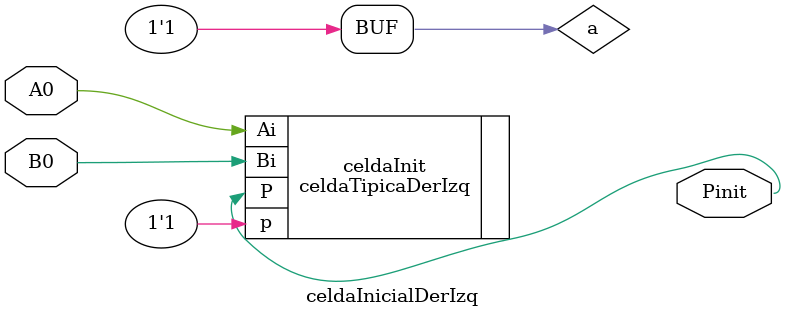
<source format=v>
module celdaInicialDerIzq (
    input A0, B0,
    output Pinit
);
    reg a = 1'b1; //estado inicial 

    celdaTipicaDerIzq celdaInit (.p(a), .Ai(A0), .Bi(B0), .P(Pinit)); /* Evaluar celda típica en el estado inicial a: 1 */

endmodule
</source>
